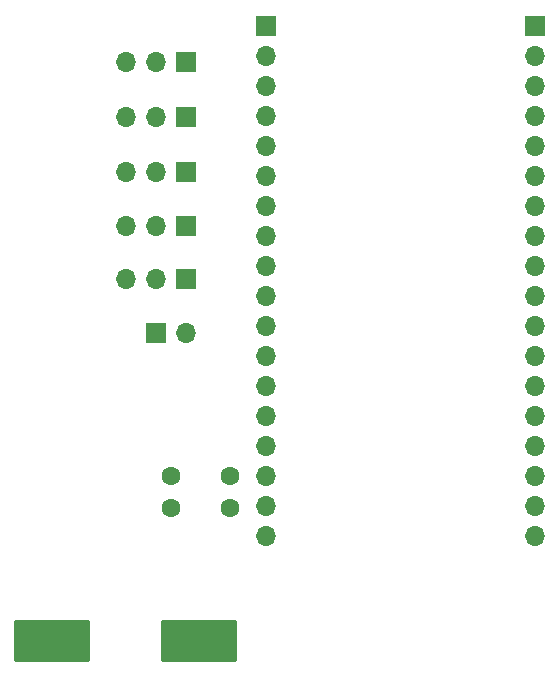
<source format=gbr>
%TF.GenerationSoftware,KiCad,Pcbnew,8.0.2*%
%TF.CreationDate,2025-02-13T09:36:27+01:00*%
%TF.ProjectId,carte_robo_pince,63617274-655f-4726-9f62-6f5f70696e63,rev?*%
%TF.SameCoordinates,Original*%
%TF.FileFunction,Soldermask,Top*%
%TF.FilePolarity,Negative*%
%FSLAX46Y46*%
G04 Gerber Fmt 4.6, Leading zero omitted, Abs format (unit mm)*
G04 Created by KiCad (PCBNEW 8.0.2) date 2025-02-13 09:36:27*
%MOMM*%
%LPD*%
G01*
G04 APERTURE LIST*
G04 Aperture macros list*
%AMRoundRect*
0 Rectangle with rounded corners*
0 $1 Rounding radius*
0 $2 $3 $4 $5 $6 $7 $8 $9 X,Y pos of 4 corners*
0 Add a 4 corners polygon primitive as box body*
4,1,4,$2,$3,$4,$5,$6,$7,$8,$9,$2,$3,0*
0 Add four circle primitives for the rounded corners*
1,1,$1+$1,$2,$3*
1,1,$1+$1,$4,$5*
1,1,$1+$1,$6,$7*
1,1,$1+$1,$8,$9*
0 Add four rect primitives between the rounded corners*
20,1,$1+$1,$2,$3,$4,$5,0*
20,1,$1+$1,$4,$5,$6,$7,0*
20,1,$1+$1,$6,$7,$8,$9,0*
20,1,$1+$1,$8,$9,$2,$3,0*%
G04 Aperture macros list end*
%ADD10RoundRect,0.112179X-3.137821X-1.637821X3.137821X-1.637821X3.137821X1.637821X-3.137821X1.637821X0*%
%ADD11R,1.700000X1.700000*%
%ADD12O,1.700000X1.700000*%
%ADD13C,1.600000*%
G04 APERTURE END LIST*
D10*
%TO.C,C4*%
X99867500Y-126050000D03*
X112367500Y-126050000D03*
%TD*%
D11*
%TO.C,J3*%
X111275000Y-77000000D03*
D12*
X108735000Y-77000000D03*
X106195000Y-77000000D03*
%TD*%
D11*
%TO.C,J7*%
X111275000Y-90900000D03*
D12*
X108735000Y-90900000D03*
X106195000Y-90900000D03*
%TD*%
D11*
%TO.C,J1*%
X118000000Y-73960000D03*
D12*
X118000000Y-76500000D03*
X118000000Y-79040000D03*
X118000000Y-81580000D03*
X118000000Y-84120000D03*
X118000000Y-86660000D03*
X118000000Y-89200000D03*
X118000000Y-91740000D03*
X118000000Y-94280000D03*
X118000000Y-96820000D03*
X118000000Y-99360000D03*
X118000000Y-101900000D03*
X118000000Y-104440000D03*
X118000000Y-106980000D03*
X118000000Y-109520000D03*
X118000000Y-112060000D03*
X118000000Y-114600000D03*
X118000000Y-117140000D03*
%TD*%
D11*
%TO.C,BT1*%
X108725000Y-100000000D03*
D12*
X111265000Y-100000000D03*
%TD*%
D11*
%TO.C,J6*%
X111275000Y-95400000D03*
D12*
X108735000Y-95400000D03*
X106195000Y-95400000D03*
%TD*%
D13*
%TO.C,C1*%
X115000000Y-112100000D03*
X110000000Y-112100000D03*
%TD*%
D11*
%TO.C,J4*%
X111275000Y-81650000D03*
D12*
X108735000Y-81650000D03*
X106195000Y-81650000D03*
%TD*%
D13*
%TO.C,C2*%
X115000000Y-114750000D03*
X110000000Y-114750000D03*
%TD*%
D11*
%TO.C,J2*%
X140800000Y-74000000D03*
D12*
X140800000Y-76540000D03*
X140800000Y-79080000D03*
X140800000Y-81620000D03*
X140800000Y-84160000D03*
X140800000Y-86700000D03*
X140800000Y-89240000D03*
X140800000Y-91780000D03*
X140800000Y-94320000D03*
X140800000Y-96860000D03*
X140800000Y-99400000D03*
X140800000Y-101940000D03*
X140800000Y-104480000D03*
X140800000Y-107020000D03*
X140800000Y-109560000D03*
X140800000Y-112100000D03*
X140800000Y-114640000D03*
X140800000Y-117180000D03*
%TD*%
D11*
%TO.C,J5*%
X111275000Y-86300000D03*
D12*
X108735000Y-86300000D03*
X106195000Y-86300000D03*
%TD*%
M02*

</source>
